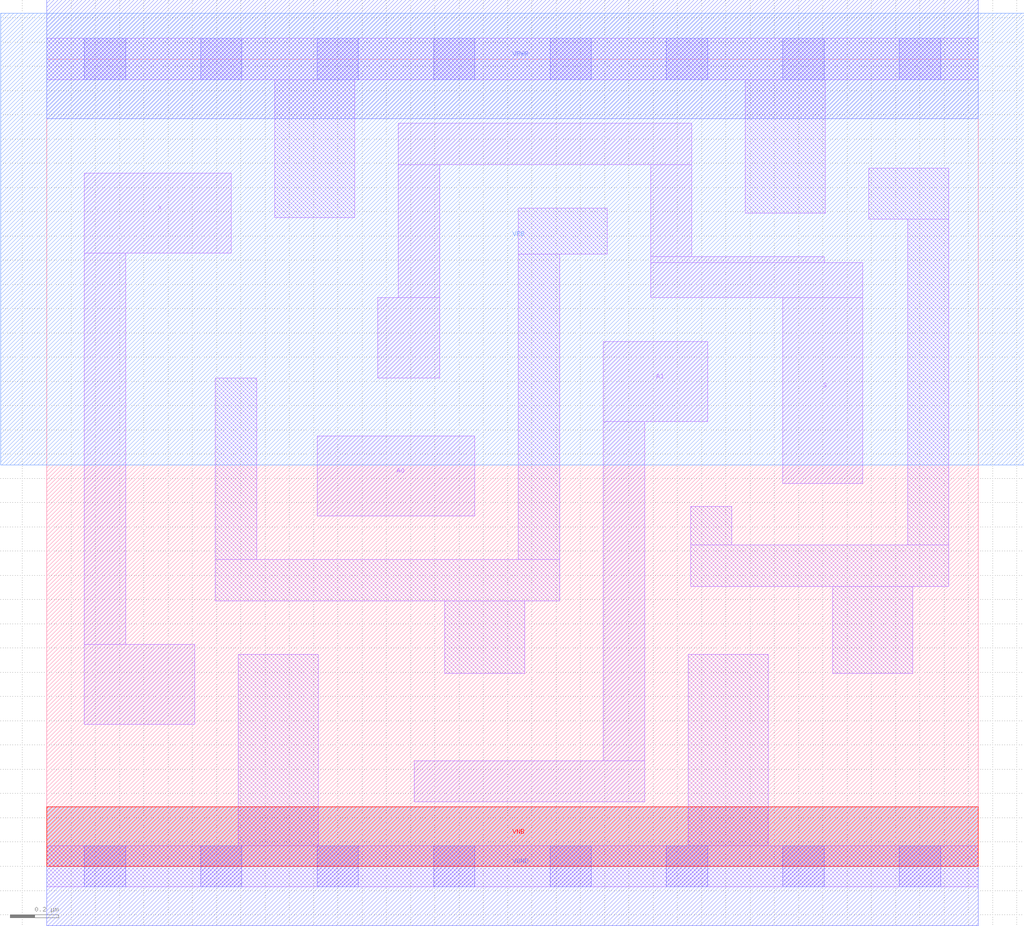
<source format=lef>
# Copyright 2020 The SkyWater PDK Authors
#
# Licensed under the Apache License, Version 2.0 (the "License");
# you may not use this file except in compliance with the License.
# You may obtain a copy of the License at
#
#     https://www.apache.org/licenses/LICENSE-2.0
#
# Unless required by applicable law or agreed to in writing, software
# distributed under the License is distributed on an "AS IS" BASIS,
# WITHOUT WARRANTIES OR CONDITIONS OF ANY KIND, either express or implied.
# See the License for the specific language governing permissions and
# limitations under the License.
#
# SPDX-License-Identifier: Apache-2.0

VERSION 5.7 ;
  NOWIREEXTENSIONATPIN ON ;
  DIVIDERCHAR "/" ;
  BUSBITCHARS "[]" ;
MACRO sky130_fd_sc_lp__mux2_m
  CLASS CORE ;
  FOREIGN sky130_fd_sc_lp__mux2_m ;
  ORIGIN  0.000000  0.000000 ;
  SIZE  3.840000 BY  3.330000 ;
  SYMMETRY X Y R90 ;
  SITE unit ;
  PIN A0
    ANTENNAGATEAREA  0.126000 ;
    DIRECTION INPUT ;
    USE SIGNAL ;
    PORT
      LAYER li1 ;
        RECT 1.115000 1.445000 1.765000 1.775000 ;
    END
  END A0
  PIN A1
    ANTENNAGATEAREA  0.126000 ;
    DIRECTION INPUT ;
    USE SIGNAL ;
    PORT
      LAYER li1 ;
        RECT 1.515000 0.265000 2.465000 0.435000 ;
        RECT 2.295000 0.435000 2.465000 1.835000 ;
        RECT 2.295000 1.835000 2.725000 2.165000 ;
    END
  END A1
  PIN S
    ANTENNAGATEAREA  0.252000 ;
    DIRECTION INPUT ;
    USE SIGNAL ;
    PORT
      LAYER li1 ;
        RECT 1.365000 2.015000 1.620000 2.345000 ;
        RECT 1.450000 2.345000 1.620000 2.895000 ;
        RECT 1.450000 2.895000 2.660000 3.065000 ;
        RECT 2.490000 2.345000 3.365000 2.490000 ;
        RECT 2.490000 2.490000 3.205000 2.515000 ;
        RECT 2.490000 2.515000 2.660000 2.895000 ;
        RECT 3.035000 1.580000 3.365000 2.345000 ;
    END
  END S
  PIN X
    ANTENNADIFFAREA  0.231000 ;
    DIRECTION OUTPUT ;
    USE SIGNAL ;
    PORT
      LAYER li1 ;
        RECT 0.155000 0.585000 0.610000 0.915000 ;
        RECT 0.155000 0.915000 0.325000 2.530000 ;
        RECT 0.155000 2.530000 0.760000 2.860000 ;
    END
  END X
  PIN VGND
    DIRECTION INOUT ;
    USE GROUND ;
    PORT
      LAYER met1 ;
        RECT 0.000000 -0.245000 3.840000 0.245000 ;
    END
  END VGND
  PIN VNB
    DIRECTION INOUT ;
    USE GROUND ;
    PORT
      LAYER pwell ;
        RECT 0.000000 0.000000 3.840000 0.245000 ;
    END
  END VNB
  PIN VPB
    DIRECTION INOUT ;
    USE POWER ;
    PORT
      LAYER nwell ;
        RECT -0.190000 1.655000 4.030000 3.520000 ;
    END
  END VPB
  PIN VPWR
    DIRECTION INOUT ;
    USE POWER ;
    PORT
      LAYER met1 ;
        RECT 0.000000 3.085000 3.840000 3.575000 ;
    END
  END VPWR
  OBS
    LAYER li1 ;
      RECT 0.000000 -0.085000 3.840000 0.085000 ;
      RECT 0.000000  3.245000 3.840000 3.415000 ;
      RECT 0.695000  1.095000 2.115000 1.265000 ;
      RECT 0.695000  1.265000 0.865000 2.015000 ;
      RECT 0.790000  0.085000 1.120000 0.875000 ;
      RECT 0.940000  2.675000 1.270000 3.245000 ;
      RECT 1.640000  0.795000 1.970000 1.095000 ;
      RECT 1.945000  1.265000 2.115000 2.525000 ;
      RECT 1.945000  2.525000 2.310000 2.715000 ;
      RECT 2.645000  0.085000 2.975000 0.875000 ;
      RECT 2.655000  1.155000 3.720000 1.325000 ;
      RECT 2.655000  1.325000 2.825000 1.485000 ;
      RECT 2.880000  2.695000 3.210000 3.245000 ;
      RECT 3.240000  0.795000 3.570000 1.155000 ;
      RECT 3.390000  2.670000 3.720000 2.880000 ;
      RECT 3.550000  1.325000 3.720000 2.670000 ;
    LAYER mcon ;
      RECT 0.155000 -0.085000 0.325000 0.085000 ;
      RECT 0.155000  3.245000 0.325000 3.415000 ;
      RECT 0.635000 -0.085000 0.805000 0.085000 ;
      RECT 0.635000  3.245000 0.805000 3.415000 ;
      RECT 1.115000 -0.085000 1.285000 0.085000 ;
      RECT 1.115000  3.245000 1.285000 3.415000 ;
      RECT 1.595000 -0.085000 1.765000 0.085000 ;
      RECT 1.595000  3.245000 1.765000 3.415000 ;
      RECT 2.075000 -0.085000 2.245000 0.085000 ;
      RECT 2.075000  3.245000 2.245000 3.415000 ;
      RECT 2.555000 -0.085000 2.725000 0.085000 ;
      RECT 2.555000  3.245000 2.725000 3.415000 ;
      RECT 3.035000 -0.085000 3.205000 0.085000 ;
      RECT 3.035000  3.245000 3.205000 3.415000 ;
      RECT 3.515000 -0.085000 3.685000 0.085000 ;
      RECT 3.515000  3.245000 3.685000 3.415000 ;
  END
END sky130_fd_sc_lp__mux2_m
END LIBRARY

</source>
